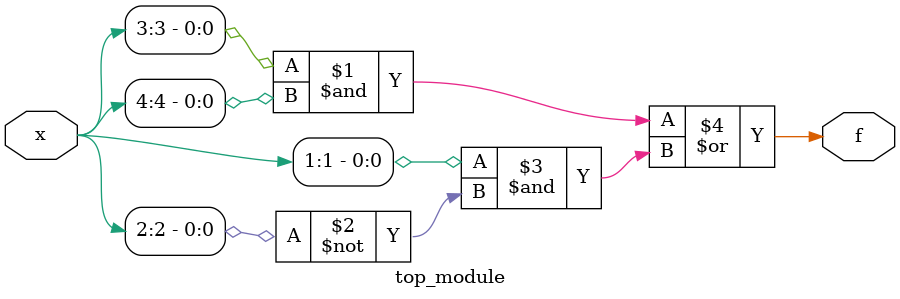
<source format=sv>
module top_module (
    input [4:1] x,
    output wire f
);

assign f = (x[3] & x[4]) | (x[1] & ~x[2]);

endmodule

</source>
